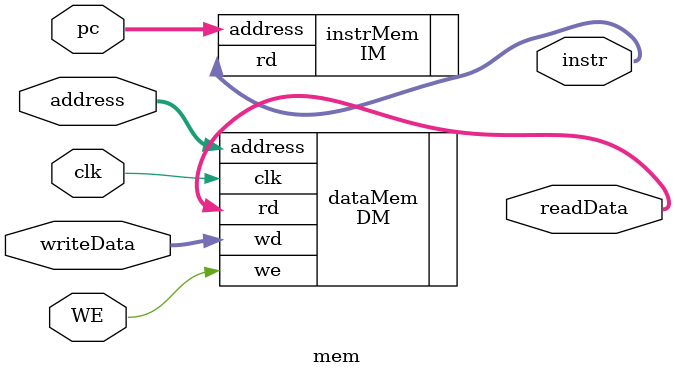
<source format=v>
`include "Mems/DM.v"
`include "Mems/IM.v"

module mem(
    //Entradas
    input wire clk,
    input [15:0] pc,
    input wire WE,
    input [15:0] address,
    input [31:0] writeData,

    //Salidas
    output [31:0] instr,
    output [31:0] readData
);

// ---------- Cableciños ----------

// ---------- ---------- ----------

IM instrMem(
    .address(pc),
    .rd(instr)
);

DM dataMem(
    .clk(clk),
    .address(address),
    .wd(writeData),
    .we(WE),
    .rd(readData)
);

endmodule
</source>
